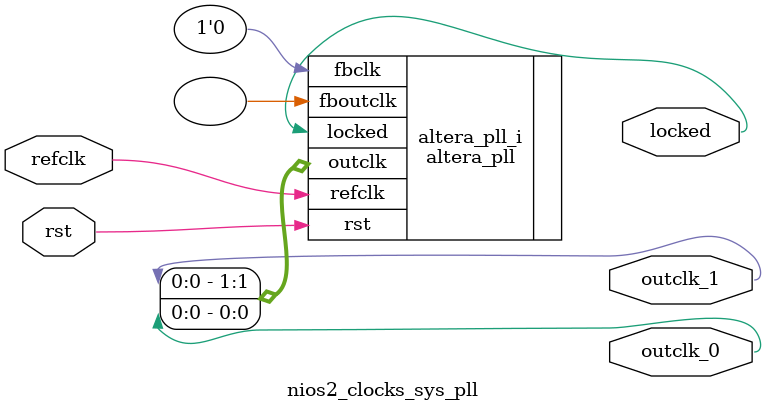
<source format=v>
`timescale 1ns/10ps
module  nios2_clocks_sys_pll(

	// interface 'refclk'
	input wire refclk,

	// interface 'reset'
	input wire rst,

	// interface 'outclk0'
	output wire outclk_0,

	// interface 'outclk1'
	output wire outclk_1,

	// interface 'locked'
	output wire locked
);

	altera_pll #(
		.fractional_vco_multiplier("false"),
		.reference_clock_frequency("50.0 MHz"),
		.operation_mode("direct"),
		.number_of_clocks(2),
		.output_clock_frequency0("100.000000 MHz"),
		.phase_shift0("0 ps"),
		.duty_cycle0(50),
		.output_clock_frequency1("100.000000 MHz"),
		.phase_shift1("-3000 ps"),
		.duty_cycle1(50),
		.output_clock_frequency2("0 MHz"),
		.phase_shift2("0 ps"),
		.duty_cycle2(50),
		.output_clock_frequency3("0 MHz"),
		.phase_shift3("0 ps"),
		.duty_cycle3(50),
		.output_clock_frequency4("0 MHz"),
		.phase_shift4("0 ps"),
		.duty_cycle4(50),
		.output_clock_frequency5("0 MHz"),
		.phase_shift5("0 ps"),
		.duty_cycle5(50),
		.output_clock_frequency6("0 MHz"),
		.phase_shift6("0 ps"),
		.duty_cycle6(50),
		.output_clock_frequency7("0 MHz"),
		.phase_shift7("0 ps"),
		.duty_cycle7(50),
		.output_clock_frequency8("0 MHz"),
		.phase_shift8("0 ps"),
		.duty_cycle8(50),
		.output_clock_frequency9("0 MHz"),
		.phase_shift9("0 ps"),
		.duty_cycle9(50),
		.output_clock_frequency10("0 MHz"),
		.phase_shift10("0 ps"),
		.duty_cycle10(50),
		.output_clock_frequency11("0 MHz"),
		.phase_shift11("0 ps"),
		.duty_cycle11(50),
		.output_clock_frequency12("0 MHz"),
		.phase_shift12("0 ps"),
		.duty_cycle12(50),
		.output_clock_frequency13("0 MHz"),
		.phase_shift13("0 ps"),
		.duty_cycle13(50),
		.output_clock_frequency14("0 MHz"),
		.phase_shift14("0 ps"),
		.duty_cycle14(50),
		.output_clock_frequency15("0 MHz"),
		.phase_shift15("0 ps"),
		.duty_cycle15(50),
		.output_clock_frequency16("0 MHz"),
		.phase_shift16("0 ps"),
		.duty_cycle16(50),
		.output_clock_frequency17("0 MHz"),
		.phase_shift17("0 ps"),
		.duty_cycle17(50),
		.pll_type("General"),
		.pll_subtype("General")
	) altera_pll_i (
		.rst	(rst),
		.outclk	({outclk_1, outclk_0}),
		.locked	(locked),
		.fboutclk	( ),
		.fbclk	(1'b0),
		.refclk	(refclk)
	);
endmodule


</source>
